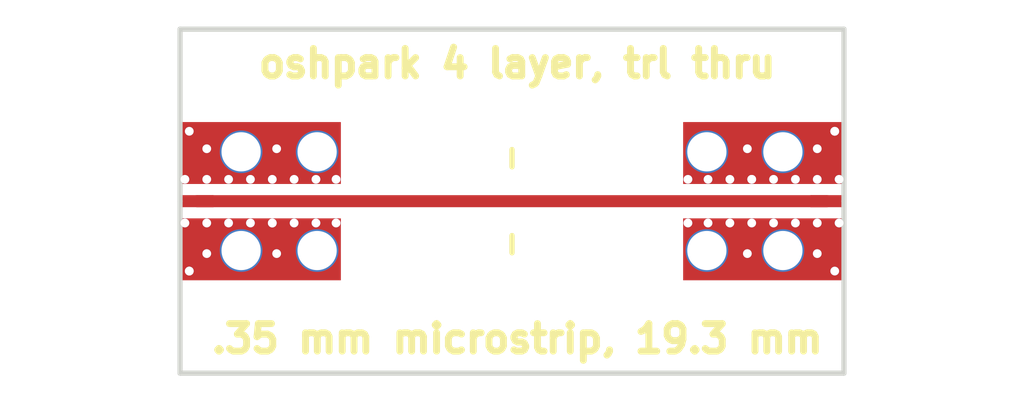
<source format=kicad_pcb>
(kicad_pcb (version 4) (host pcbnew 4.0.6)

  (general
    (links 60)
    (no_connects 0)
    (area 125.890476 99.025 155.809524 111.075)
    (thickness 1.6)
    (drawings 8)
    (tracks 1)
    (zones 0)
    (modules 2)
    (nets 3)
  )

  (page A4)
  (layers
    (0 F.Cu signal)
    (1 In1.Cu signal)
    (2 In2.Cu signal)
    (31 B.Cu signal)
    (32 B.Adhes user)
    (33 F.Adhes user)
    (34 B.Paste user)
    (35 F.Paste user)
    (36 B.SilkS user)
    (37 F.SilkS user)
    (38 B.Mask user)
    (39 F.Mask user)
    (40 Dwgs.User user)
    (41 Cmts.User user)
    (42 Eco1.User user)
    (43 Eco2.User user)
    (44 Edge.Cuts user)
    (45 Margin user)
    (46 B.CrtYd user)
    (47 F.CrtYd user)
    (48 B.Fab user)
    (49 F.Fab user)
  )

  (setup
    (last_trace_width 0.35)
    (user_trace_width 0.35)
    (trace_clearance 0.2)
    (zone_clearance 0.1)
    (zone_45_only no)
    (trace_min 0.2)
    (segment_width 0.2)
    (edge_width 0.15)
    (via_size 0.6)
    (via_drill 0.4)
    (via_min_size 0.4)
    (via_min_drill 0.3)
    (uvia_size 0.3)
    (uvia_drill 0.1)
    (uvias_allowed no)
    (uvia_min_size 0.2)
    (uvia_min_drill 0.1)
    (pcb_text_width 0.3)
    (pcb_text_size 1.5 1.5)
    (mod_edge_width 0.15)
    (mod_text_size 1 1)
    (mod_text_width 0.15)
    (pad_size 1.524 1.524)
    (pad_drill 0.762)
    (pad_to_mask_clearance 0.05)
    (aux_axis_origin 0 0)
    (visible_elements FFFEFF7F)
    (pcbplotparams
      (layerselection 0x00030_80000001)
      (usegerberextensions false)
      (excludeedgelayer true)
      (linewidth 0.100000)
      (plotframeref false)
      (viasonmask false)
      (mode 1)
      (useauxorigin false)
      (hpglpennumber 1)
      (hpglpenspeed 20)
      (hpglpendiameter 15)
      (hpglpenoverlay 2)
      (psnegative false)
      (psa4output false)
      (plotreference true)
      (plotvalue true)
      (plotinvisibletext false)
      (padsonsilk false)
      (subtractmaskfromsilk false)
      (outputformat 1)
      (mirror false)
      (drillshape 1)
      (scaleselection 1)
      (outputdirectory ""))
  )

  (net 0 "")
  (net 1 GND)
  (net 2 "Net-(U101-Pad1)")

  (net_class Default "This is the default net class."
    (clearance 0.2)
    (trace_width 0.25)
    (via_dia 0.6)
    (via_drill 0.4)
    (uvia_dia 0.3)
    (uvia_drill 0.1)
    (add_net GND)
    (add_net "Net-(U101-Pad1)")
  )

  (module vna_footprints:SMA_901-10512_6p7MIL_FR408_CPW_LAUNCH (layer F.Cu) (tedit 59B4A2F5) (tstamp 59B4A12A)
    (at 133.5 105 180)
    (path /59B4A05A)
    (fp_text reference U101 (at -0.25 4 180) (layer F.SilkS) hide
      (effects (font (size 1 1) (thickness 0.15)))
    )
    (fp_text value CONN_SMA_2GND (at 1.1 -5 180) (layer F.Fab)
      (effects (font (size 1 1) (thickness 0.15)))
    )
    (fp_line (start -7.35 -1) (end -7.35 -1.5) (layer F.SilkS) (width 0.15))
    (fp_line (start -7.35 1.5) (end -7.35 1) (layer F.SilkS) (width 0.15))
    (pad 2 thru_hole circle (at -1.685 -1.435 180) (size 1.24 1.24) (drill 1.14) (layers *.Cu *.Mask)
      (net 1 GND))
    (pad 2 thru_hole circle (at 0.525 -1.435 180) (size 1.24 1.24) (drill 1.14) (layers *.Cu *.Mask)
      (net 1 GND))
    (pad 3 thru_hole circle (at 0.525 1.435 180) (size 1.24 1.24) (drill 1.14) (layers *.Cu *.Mask)
      (net 1 GND))
    (pad 3 thru_hole circle (at -1.685 1.435 180) (size 1.24 1.24) (drill 1.14) (layers *.Cu *.Mask)
      (net 1 GND))
    (pad 1 smd rect (at 1.8 0 180) (size 0.95 0.35) (layers F.Cu F.Paste F.Mask)
      (net 2 "Net-(U101-Pad1)"))
    (pad 2 smd rect (at -0.05 -1.4 180) (size 4.65 1.8) (layers F.Cu F.Paste F.Mask)
      (net 1 GND))
    (pad 3 smd rect (at -0.05 1.4 180) (size 4.65 1.8) (layers F.Cu F.Paste F.Mask)
      (net 1 GND))
    (pad 2 thru_hole circle (at 0.254 -0.635 180) (size 0.254 0.254) (drill 0.254) (layers *.Cu *.Mask)
      (net 1 GND))
    (pad 2 thru_hole circle (at -1.651 -0.635 180) (size 0.254 0.254) (drill 0.254) (layers *.Cu *.Mask)
      (net 1 GND))
    (pad 2 thru_hole circle (at -2.2352 -0.635 180) (size 0.254 0.254) (drill 0.254) (layers *.Cu *.Mask)
      (net 1 GND))
    (pad 2 thru_hole circle (at -1.016 -0.635 180) (size 0.254 0.254) (drill 0.254) (layers *.Cu *.Mask)
      (net 1 GND))
    (pad 2 thru_hole circle (at -0.381 -0.635 180) (size 0.254 0.254) (drill 0.254) (layers *.Cu *.Mask)
      (net 1 GND))
    (pad 2 thru_hole circle (at 0.889 -0.635 180) (size 0.254 0.254) (drill 0.254) (layers *.Cu *.Mask)
      (net 1 GND))
    (pad 2 thru_hole circle (at 1.524 -0.635 180) (size 0.254 0.254) (drill 0.254) (layers *.Cu *.Mask)
      (net 1 GND))
    (pad 2 thru_hole circle (at 2.159 -0.635 180) (size 0.254 0.254) (drill 0.254) (layers *.Cu *.Mask)
      (net 1 GND))
    (pad 2 thru_hole circle (at 2.159 0.635 180) (size 0.254 0.254) (drill 0.254) (layers *.Cu *.Mask)
      (net 1 GND))
    (pad 2 thru_hole circle (at 1.524 0.635 180) (size 0.254 0.254) (drill 0.254) (layers *.Cu *.Mask)
      (net 1 GND))
    (pad 2 thru_hole circle (at 0.889 0.635 180) (size 0.254 0.254) (drill 0.254) (layers *.Cu *.Mask)
      (net 1 GND))
    (pad 2 thru_hole circle (at 0.254 0.635 180) (size 0.254 0.254) (drill 0.254) (layers *.Cu *.Mask)
      (net 1 GND))
    (pad 2 thru_hole circle (at -0.381 0.635 180) (size 0.254 0.254) (drill 0.254) (layers *.Cu *.Mask)
      (net 1 GND))
    (pad 2 thru_hole circle (at -1.016 0.635 180) (size 0.254 0.254) (drill 0.254) (layers *.Cu *.Mask)
      (net 1 GND))
    (pad 2 thru_hole circle (at -1.651 0.635 180) (size 0.254 0.254) (drill 0.254) (layers *.Cu *.Mask)
      (net 1 GND))
    (pad 2 thru_hole circle (at -2.2352 0.635 180) (size 0.254 0.254) (drill 0.254) (layers *.Cu *.Mask)
      (net 1 GND))
    (pad 2 thru_hole circle (at -0.381 -0.635 180) (size 0.254 0.254) (drill 0.254) (layers *.Cu *.Mask)
      (net 1 GND))
    (pad 2 thru_hole circle (at -0.508 -1.524 180) (size 0.254 0.254) (drill 0.254) (layers *.Cu *.Mask)
      (net 1 GND))
    (pad 2 thru_hole circle (at 1.524 -1.524 180) (size 0.254 0.254) (drill 0.254) (layers *.Cu *.Mask)
      (net 1 GND))
    (pad 2 thru_hole circle (at 1.524 1.524 180) (size 0.254 0.254) (drill 0.254) (layers *.Cu *.Mask)
      (net 1 GND))
    (pad 2 thru_hole circle (at -0.508 1.524 180) (size 0.254 0.254) (drill 0.254) (layers *.Cu *.Mask)
      (net 1 GND))
    (pad 2 thru_hole circle (at 2.032 2.032 180) (size 0.254 0.254) (drill 0.254) (layers *.Cu *.Mask)
      (net 1 GND))
    (pad 2 thru_hole circle (at 2.032 -2.032 180) (size 0.254 0.254) (drill 0.254) (layers *.Cu *.Mask)
      (net 1 GND))
    (pad 2 thru_hole circle (at 2.032 -2.032 180) (size 0.254 0.254) (drill 0.254) (layers *.Cu *.Mask)
      (net 1 GND))
  )

  (module vna_footprints:SMA_901-10512_6p7MIL_FR408_CPW_LAUNCH (layer F.Cu) (tedit 59B4A2F7) (tstamp 59B4A14D)
    (at 148.2 105)
    (path /59B4A095)
    (fp_text reference U102 (at -0.25 -3.1) (layer F.SilkS) hide
      (effects (font (size 1 1) (thickness 0.15)))
    )
    (fp_text value CONN_SMA_2GND (at 1.1 -5) (layer F.Fab)
      (effects (font (size 1 1) (thickness 0.15)))
    )
    (fp_line (start -7.35 -1) (end -7.35 -1.5) (layer F.SilkS) (width 0.15))
    (fp_line (start -7.35 1.5) (end -7.35 1) (layer F.SilkS) (width 0.15))
    (pad 2 thru_hole circle (at -1.685 -1.435) (size 1.24 1.24) (drill 1.14) (layers *.Cu *.Mask)
      (net 1 GND))
    (pad 2 thru_hole circle (at 0.525 -1.435) (size 1.24 1.24) (drill 1.14) (layers *.Cu *.Mask)
      (net 1 GND))
    (pad 3 thru_hole circle (at 0.525 1.435) (size 1.24 1.24) (drill 1.14) (layers *.Cu *.Mask)
      (net 1 GND))
    (pad 3 thru_hole circle (at -1.685 1.435) (size 1.24 1.24) (drill 1.14) (layers *.Cu *.Mask)
      (net 1 GND))
    (pad 1 smd rect (at 1.8 0) (size 0.95 0.35) (layers F.Cu F.Paste F.Mask)
      (net 2 "Net-(U101-Pad1)"))
    (pad 2 smd rect (at -0.05 -1.4) (size 4.65 1.8) (layers F.Cu F.Paste F.Mask)
      (net 1 GND))
    (pad 3 smd rect (at -0.05 1.4) (size 4.65 1.8) (layers F.Cu F.Paste F.Mask)
      (net 1 GND))
    (pad 2 thru_hole circle (at 0.254 -0.635) (size 0.254 0.254) (drill 0.254) (layers *.Cu *.Mask)
      (net 1 GND))
    (pad 2 thru_hole circle (at -1.651 -0.635) (size 0.254 0.254) (drill 0.254) (layers *.Cu *.Mask)
      (net 1 GND))
    (pad 2 thru_hole circle (at -2.2352 -0.635) (size 0.254 0.254) (drill 0.254) (layers *.Cu *.Mask)
      (net 1 GND))
    (pad 2 thru_hole circle (at -1.016 -0.635) (size 0.254 0.254) (drill 0.254) (layers *.Cu *.Mask)
      (net 1 GND))
    (pad 2 thru_hole circle (at -0.381 -0.635) (size 0.254 0.254) (drill 0.254) (layers *.Cu *.Mask)
      (net 1 GND))
    (pad 2 thru_hole circle (at 0.889 -0.635) (size 0.254 0.254) (drill 0.254) (layers *.Cu *.Mask)
      (net 1 GND))
    (pad 2 thru_hole circle (at 1.524 -0.635) (size 0.254 0.254) (drill 0.254) (layers *.Cu *.Mask)
      (net 1 GND))
    (pad 2 thru_hole circle (at 2.159 -0.635) (size 0.254 0.254) (drill 0.254) (layers *.Cu *.Mask)
      (net 1 GND))
    (pad 2 thru_hole circle (at 2.159 0.635) (size 0.254 0.254) (drill 0.254) (layers *.Cu *.Mask)
      (net 1 GND))
    (pad 2 thru_hole circle (at 1.524 0.635) (size 0.254 0.254) (drill 0.254) (layers *.Cu *.Mask)
      (net 1 GND))
    (pad 2 thru_hole circle (at 0.889 0.635) (size 0.254 0.254) (drill 0.254) (layers *.Cu *.Mask)
      (net 1 GND))
    (pad 2 thru_hole circle (at 0.254 0.635) (size 0.254 0.254) (drill 0.254) (layers *.Cu *.Mask)
      (net 1 GND))
    (pad 2 thru_hole circle (at -0.381 0.635) (size 0.254 0.254) (drill 0.254) (layers *.Cu *.Mask)
      (net 1 GND))
    (pad 2 thru_hole circle (at -1.016 0.635) (size 0.254 0.254) (drill 0.254) (layers *.Cu *.Mask)
      (net 1 GND))
    (pad 2 thru_hole circle (at -1.651 0.635) (size 0.254 0.254) (drill 0.254) (layers *.Cu *.Mask)
      (net 1 GND))
    (pad 2 thru_hole circle (at -2.2352 0.635) (size 0.254 0.254) (drill 0.254) (layers *.Cu *.Mask)
      (net 1 GND))
    (pad 2 thru_hole circle (at -0.381 -0.635) (size 0.254 0.254) (drill 0.254) (layers *.Cu *.Mask)
      (net 1 GND))
    (pad 2 thru_hole circle (at -0.508 -1.524) (size 0.254 0.254) (drill 0.254) (layers *.Cu *.Mask)
      (net 1 GND))
    (pad 2 thru_hole circle (at 1.524 -1.524) (size 0.254 0.254) (drill 0.254) (layers *.Cu *.Mask)
      (net 1 GND))
    (pad 2 thru_hole circle (at 1.524 1.524) (size 0.254 0.254) (drill 0.254) (layers *.Cu *.Mask)
      (net 1 GND))
    (pad 2 thru_hole circle (at -0.508 1.524) (size 0.254 0.254) (drill 0.254) (layers *.Cu *.Mask)
      (net 1 GND))
    (pad 2 thru_hole circle (at 2.032 2.032) (size 0.254 0.254) (drill 0.254) (layers *.Cu *.Mask)
      (net 1 GND))
    (pad 2 thru_hole circle (at 2.032 -2.032) (size 0.254 0.254) (drill 0.254) (layers *.Cu *.Mask)
      (net 1 GND))
    (pad 2 thru_hole circle (at 2.032 -2.032) (size 0.254 0.254) (drill 0.254) (layers *.Cu *.Mask)
      (net 1 GND))
  )

  (gr_text ".35 mm microstrip, 19.3 mm" (at 141 109) (layer F.SilkS) (tstamp 59B4A39D)
    (effects (font (size 0.8 0.8) (thickness 0.2)))
  )
  (gr_text "oshpark 4 layer, trl thru" (at 141 101) (layer F.SilkS)
    (effects (font (size 0.8 0.8) (thickness 0.2)))
  )
  (gr_line (start 131.2 100) (end 150.5 100) (layer Edge.Cuts) (width 0.15))
  (gr_line (start 150.5 110) (end 131.2 110) (layer Edge.Cuts) (width 0.15))
  (gr_line (start 150.5 105) (end 150.5 110) (layer Edge.Cuts) (width 0.15))
  (gr_line (start 150.5 105) (end 150.5 100) (layer Edge.Cuts) (width 0.15))
  (gr_line (start 131.2 105) (end 131.2 110) (layer Edge.Cuts) (width 0.15))
  (gr_line (start 131.2 105) (end 131.2 100) (layer Edge.Cuts) (width 0.15))

  (segment (start 131.7 105) (end 150 105) (width 0.35) (layer F.Cu) (net 2))

  (zone (net 1) (net_name GND) (layer In1.Cu) (tstamp 0) (hatch edge 0.508)
    (connect_pads yes (clearance 0.1))
    (min_thickness 0.254)
    (fill yes (arc_segments 16) (thermal_gap 0.508) (thermal_bridge_width 0.508))
    (polygon
      (pts
        (xy 150.5 100) (xy 150.5 110) (xy 131.2 110) (xy 131.2 100)
      )
    )
    (filled_polygon
      (pts
        (xy 150.198 109.698) (xy 131.502 109.698) (xy 131.502 100.302) (xy 150.198 100.302)
      )
    )
  )
)

</source>
